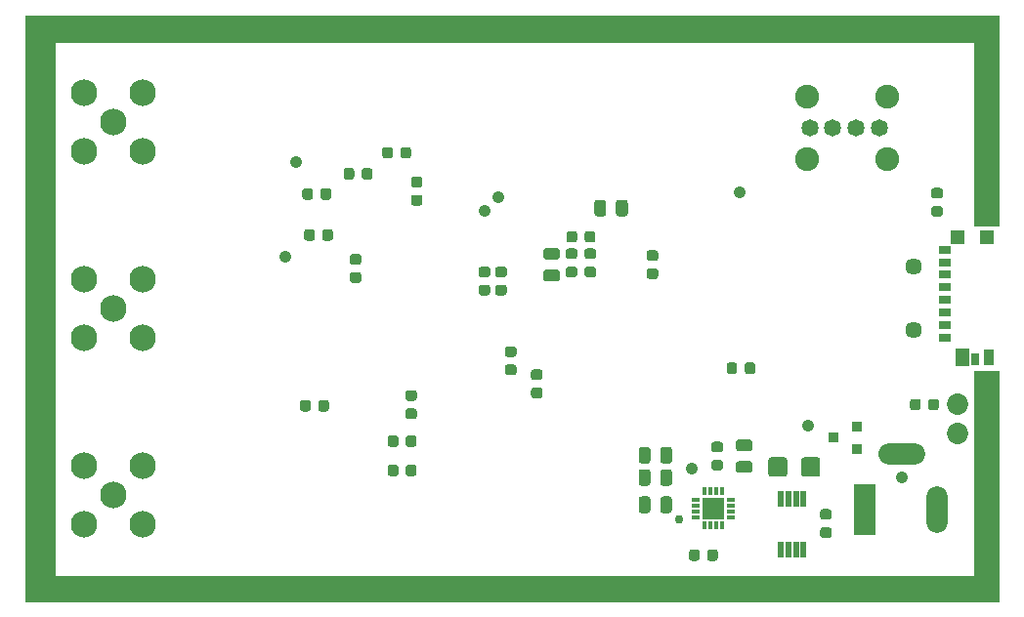
<source format=gbr>
G04 #@! TF.GenerationSoftware,KiCad,Pcbnew,(5.1.6)-1*
G04 #@! TF.CreationDate,2020-07-25T18:11:16+02:00*
G04 #@! TF.ProjectId,PrecisionTimer_RevF,50726563-6973-4696-9f6e-54696d65725f,rev?*
G04 #@! TF.SameCoordinates,Original*
G04 #@! TF.FileFunction,Soldermask,Bot*
G04 #@! TF.FilePolarity,Negative*
%FSLAX46Y46*%
G04 Gerber Fmt 4.6, Leading zero omitted, Abs format (unit mm)*
G04 Created by KiCad (PCBNEW (5.1.6)-1) date 2020-07-25 18:11:16*
%MOMM*%
%LPD*%
G01*
G04 APERTURE LIST*
%ADD10C,0.100000*%
%ADD11C,0.750800*%
%ADD12R,1.050800X0.750800*%
%ADD13R,0.950800X1.450800*%
%ADD14R,0.750800X1.050800*%
%ADD15R,1.250800X1.500800*%
%ADD16R,1.250800X1.200800*%
%ADD17R,0.500800X1.450800*%
%ADD18R,0.950800X0.850800*%
%ADD19C,1.050800*%
%ADD20R,1.850800X4.450800*%
%ADD21O,1.850800X4.050800*%
%ADD22O,4.050800X1.850800*%
%ADD23C,1.850800*%
%ADD24C,1.450800*%
%ADD25C,2.075800*%
%ADD26C,1.481800*%
%ADD27R,1.850800X1.850800*%
%ADD28R,0.800800X0.350800*%
%ADD29R,0.350800X0.800800*%
%ADD30C,2.300800*%
G04 APERTURE END LIST*
D10*
G36*
X173278800Y-51968400D02*
G01*
X173278800Y-70192900D01*
X171119800Y-70192900D01*
X171119800Y-54254400D01*
X91440000Y-54254400D01*
X91440000Y-102819200D01*
X88887300Y-102819200D01*
X88887300Y-51955700D01*
X173278800Y-51968400D01*
G37*
X173278800Y-51968400D02*
X173278800Y-70192900D01*
X171119800Y-70192900D01*
X171119800Y-54254400D01*
X91440000Y-54254400D01*
X91440000Y-102819200D01*
X88887300Y-102819200D01*
X88887300Y-51955700D01*
X173278800Y-51968400D01*
G36*
X173278800Y-102819200D02*
G01*
X91173300Y-102819200D01*
X91173300Y-100596700D01*
X171119800Y-100584000D01*
X171119800Y-82778600D01*
X173278800Y-82778600D01*
X173278800Y-102819200D01*
G37*
X173278800Y-102819200D02*
X91173300Y-102819200D01*
X91173300Y-100596700D01*
X171119800Y-100584000D01*
X171119800Y-82778600D01*
X173278800Y-82778600D01*
X173278800Y-102819200D01*
G36*
G01*
X130706150Y-82252300D02*
X131244050Y-82252300D01*
G75*
G02*
X131475500Y-82483750I0J-231450D01*
G01*
X131475500Y-82946650D01*
G75*
G02*
X131244050Y-83178100I-231450J0D01*
G01*
X130706150Y-83178100D01*
G75*
G02*
X130474700Y-82946650I0J231450D01*
G01*
X130474700Y-82483750D01*
G75*
G02*
X130706150Y-82252300I231450J0D01*
G01*
G37*
G36*
G01*
X130706150Y-80677300D02*
X131244050Y-80677300D01*
G75*
G02*
X131475500Y-80908750I0J-231450D01*
G01*
X131475500Y-81371650D01*
G75*
G02*
X131244050Y-81603100I-231450J0D01*
G01*
X130706150Y-81603100D01*
G75*
G02*
X130474700Y-81371650I0J231450D01*
G01*
X130474700Y-80908750D01*
G75*
G02*
X130706150Y-80677300I231450J0D01*
G01*
G37*
G36*
G01*
X132966750Y-84246200D02*
X133504650Y-84246200D01*
G75*
G02*
X133736100Y-84477650I0J-231450D01*
G01*
X133736100Y-84940550D01*
G75*
G02*
X133504650Y-85172000I-231450J0D01*
G01*
X132966750Y-85172000D01*
G75*
G02*
X132735300Y-84940550I0J231450D01*
G01*
X132735300Y-84477650D01*
G75*
G02*
X132966750Y-84246200I231450J0D01*
G01*
G37*
G36*
G01*
X132966750Y-82671200D02*
X133504650Y-82671200D01*
G75*
G02*
X133736100Y-82902650I0J-231450D01*
G01*
X133736100Y-83365550D01*
G75*
G02*
X133504650Y-83597000I-231450J0D01*
G01*
X132966750Y-83597000D01*
G75*
G02*
X132735300Y-83365550I0J231450D01*
G01*
X132735300Y-82902650D01*
G75*
G02*
X132966750Y-82671200I231450J0D01*
G01*
G37*
D11*
X145592800Y-95707200D03*
D12*
X168619800Y-72267800D03*
X168619800Y-73367800D03*
X168619800Y-74467800D03*
X168619800Y-75567800D03*
X168619800Y-76667800D03*
X168619800Y-77767800D03*
X168619800Y-78867800D03*
X168619800Y-79967800D03*
D13*
X172409800Y-81617800D03*
D14*
X171259800Y-81817800D03*
D15*
X170109800Y-81592800D03*
D16*
X172259800Y-71192800D03*
X169669800Y-71192800D03*
G36*
G01*
X113645200Y-85557650D02*
X113645200Y-86095550D01*
G75*
G02*
X113413750Y-86327000I-231450J0D01*
G01*
X112950850Y-86327000D01*
G75*
G02*
X112719400Y-86095550I0J231450D01*
G01*
X112719400Y-85557650D01*
G75*
G02*
X112950850Y-85326200I231450J0D01*
G01*
X113413750Y-85326200D01*
G75*
G02*
X113645200Y-85557650I0J-231450D01*
G01*
G37*
G36*
G01*
X115220200Y-85557650D02*
X115220200Y-86095550D01*
G75*
G02*
X114988750Y-86327000I-231450J0D01*
G01*
X114525850Y-86327000D01*
G75*
G02*
X114294400Y-86095550I0J231450D01*
G01*
X114294400Y-85557650D01*
G75*
G02*
X114525850Y-85326200I231450J0D01*
G01*
X114988750Y-85326200D01*
G75*
G02*
X115220200Y-85557650I0J-231450D01*
G01*
G37*
G36*
G01*
X121889000Y-91708950D02*
X121889000Y-91171050D01*
G75*
G02*
X122120450Y-90939600I231450J0D01*
G01*
X122583350Y-90939600D01*
G75*
G02*
X122814800Y-91171050I0J-231450D01*
G01*
X122814800Y-91708950D01*
G75*
G02*
X122583350Y-91940400I-231450J0D01*
G01*
X122120450Y-91940400D01*
G75*
G02*
X121889000Y-91708950I0J231450D01*
G01*
G37*
G36*
G01*
X120314000Y-91708950D02*
X120314000Y-91171050D01*
G75*
G02*
X120545450Y-90939600I231450J0D01*
G01*
X121008350Y-90939600D01*
G75*
G02*
X121239800Y-91171050I0J-231450D01*
G01*
X121239800Y-91708950D01*
G75*
G02*
X121008350Y-91940400I-231450J0D01*
G01*
X120545450Y-91940400D01*
G75*
G02*
X120314000Y-91708950I0J231450D01*
G01*
G37*
G36*
G01*
X121889000Y-89168950D02*
X121889000Y-88631050D01*
G75*
G02*
X122120450Y-88399600I231450J0D01*
G01*
X122583350Y-88399600D01*
G75*
G02*
X122814800Y-88631050I0J-231450D01*
G01*
X122814800Y-89168950D01*
G75*
G02*
X122583350Y-89400400I-231450J0D01*
G01*
X122120450Y-89400400D01*
G75*
G02*
X121889000Y-89168950I0J231450D01*
G01*
G37*
G36*
G01*
X120314000Y-89168950D02*
X120314000Y-88631050D01*
G75*
G02*
X120545450Y-88399600I231450J0D01*
G01*
X121008350Y-88399600D01*
G75*
G02*
X121239800Y-88631050I0J-231450D01*
G01*
X121239800Y-89168950D01*
G75*
G02*
X121008350Y-89400400I-231450J0D01*
G01*
X120545450Y-89400400D01*
G75*
G02*
X120314000Y-89168950I0J231450D01*
G01*
G37*
G36*
G01*
X122082850Y-86049600D02*
X122620750Y-86049600D01*
G75*
G02*
X122852200Y-86281050I0J-231450D01*
G01*
X122852200Y-86743950D01*
G75*
G02*
X122620750Y-86975400I-231450J0D01*
G01*
X122082850Y-86975400D01*
G75*
G02*
X121851400Y-86743950I0J231450D01*
G01*
X121851400Y-86281050D01*
G75*
G02*
X122082850Y-86049600I231450J0D01*
G01*
G37*
G36*
G01*
X122082850Y-84474600D02*
X122620750Y-84474600D01*
G75*
G02*
X122852200Y-84706050I0J-231450D01*
G01*
X122852200Y-85168950D01*
G75*
G02*
X122620750Y-85400400I-231450J0D01*
G01*
X122082850Y-85400400D01*
G75*
G02*
X121851400Y-85168950I0J231450D01*
G01*
X121851400Y-84706050D01*
G75*
G02*
X122082850Y-84474600I231450J0D01*
G01*
G37*
G36*
G01*
X134987350Y-73159200D02*
X134049450Y-73159200D01*
G75*
G02*
X133793000Y-72902750I0J256450D01*
G01*
X133793000Y-72389850D01*
G75*
G02*
X134049450Y-72133400I256450J0D01*
G01*
X134987350Y-72133400D01*
G75*
G02*
X135243800Y-72389850I0J-256450D01*
G01*
X135243800Y-72902750D01*
G75*
G02*
X134987350Y-73159200I-256450J0D01*
G01*
G37*
G36*
G01*
X134987350Y-75034200D02*
X134049450Y-75034200D01*
G75*
G02*
X133793000Y-74777750I0J256450D01*
G01*
X133793000Y-74264850D01*
G75*
G02*
X134049450Y-74008400I256450J0D01*
G01*
X134987350Y-74008400D01*
G75*
G02*
X135243800Y-74264850I0J-256450D01*
G01*
X135243800Y-74777750D01*
G75*
G02*
X134987350Y-75034200I-256450J0D01*
G01*
G37*
G36*
G01*
X136514550Y-73106800D02*
X135976650Y-73106800D01*
G75*
G02*
X135745200Y-72875350I0J231450D01*
G01*
X135745200Y-72412450D01*
G75*
G02*
X135976650Y-72181000I231450J0D01*
G01*
X136514550Y-72181000D01*
G75*
G02*
X136746000Y-72412450I0J-231450D01*
G01*
X136746000Y-72875350D01*
G75*
G02*
X136514550Y-73106800I-231450J0D01*
G01*
G37*
G36*
G01*
X136514550Y-74681800D02*
X135976650Y-74681800D01*
G75*
G02*
X135745200Y-74450350I0J231450D01*
G01*
X135745200Y-73987450D01*
G75*
G02*
X135976650Y-73756000I231450J0D01*
G01*
X136514550Y-73756000D01*
G75*
G02*
X136746000Y-73987450I0J-231450D01*
G01*
X136746000Y-74450350D01*
G75*
G02*
X136514550Y-74681800I-231450J0D01*
G01*
G37*
G36*
G01*
X136733800Y-70901850D02*
X136733800Y-71439750D01*
G75*
G02*
X136502350Y-71671200I-231450J0D01*
G01*
X136039450Y-71671200D01*
G75*
G02*
X135808000Y-71439750I0J231450D01*
G01*
X135808000Y-70901850D01*
G75*
G02*
X136039450Y-70670400I231450J0D01*
G01*
X136502350Y-70670400D01*
G75*
G02*
X136733800Y-70901850I0J-231450D01*
G01*
G37*
G36*
G01*
X138308800Y-70901850D02*
X138308800Y-71439750D01*
G75*
G02*
X138077350Y-71671200I-231450J0D01*
G01*
X137614450Y-71671200D01*
G75*
G02*
X137383000Y-71439750I0J231450D01*
G01*
X137383000Y-70901850D01*
G75*
G02*
X137614450Y-70670400I231450J0D01*
G01*
X138077350Y-70670400D01*
G75*
G02*
X138308800Y-70901850I0J-231450D01*
G01*
G37*
G36*
G01*
X142987050Y-73908400D02*
X143524950Y-73908400D01*
G75*
G02*
X143756400Y-74139850I0J-231450D01*
G01*
X143756400Y-74602750D01*
G75*
G02*
X143524950Y-74834200I-231450J0D01*
G01*
X142987050Y-74834200D01*
G75*
G02*
X142755600Y-74602750I0J231450D01*
G01*
X142755600Y-74139850D01*
G75*
G02*
X142987050Y-73908400I231450J0D01*
G01*
G37*
G36*
G01*
X142987050Y-72333400D02*
X143524950Y-72333400D01*
G75*
G02*
X143756400Y-72564850I0J-231450D01*
G01*
X143756400Y-73027750D01*
G75*
G02*
X143524950Y-73259200I-231450J0D01*
G01*
X142987050Y-73259200D01*
G75*
G02*
X142755600Y-73027750I0J231450D01*
G01*
X142755600Y-72564850D01*
G75*
G02*
X142987050Y-72333400I231450J0D01*
G01*
G37*
G36*
G01*
X140099200Y-69150550D02*
X140099200Y-68212650D01*
G75*
G02*
X140355650Y-67956200I256450J0D01*
G01*
X140868550Y-67956200D01*
G75*
G02*
X141125000Y-68212650I0J-256450D01*
G01*
X141125000Y-69150550D01*
G75*
G02*
X140868550Y-69407000I-256450J0D01*
G01*
X140355650Y-69407000D01*
G75*
G02*
X140099200Y-69150550I0J256450D01*
G01*
G37*
G36*
G01*
X138224200Y-69150550D02*
X138224200Y-68212650D01*
G75*
G02*
X138480650Y-67956200I256450J0D01*
G01*
X138993550Y-67956200D01*
G75*
G02*
X139250000Y-68212650I0J-256450D01*
G01*
X139250000Y-69150550D01*
G75*
G02*
X138993550Y-69407000I-256450J0D01*
G01*
X138480650Y-69407000D01*
G75*
G02*
X138224200Y-69150550I0J256450D01*
G01*
G37*
G36*
G01*
X128970750Y-74681600D02*
X128432850Y-74681600D01*
G75*
G02*
X128201400Y-74450150I0J231450D01*
G01*
X128201400Y-73987250D01*
G75*
G02*
X128432850Y-73755800I231450J0D01*
G01*
X128970750Y-73755800D01*
G75*
G02*
X129202200Y-73987250I0J-231450D01*
G01*
X129202200Y-74450150D01*
G75*
G02*
X128970750Y-74681600I-231450J0D01*
G01*
G37*
G36*
G01*
X128970750Y-76256600D02*
X128432850Y-76256600D01*
G75*
G02*
X128201400Y-76025150I0J231450D01*
G01*
X128201400Y-75562250D01*
G75*
G02*
X128432850Y-75330800I231450J0D01*
G01*
X128970750Y-75330800D01*
G75*
G02*
X129202200Y-75562250I0J-231450D01*
G01*
X129202200Y-76025150D01*
G75*
G02*
X128970750Y-76256600I-231450J0D01*
G01*
G37*
D17*
X156346800Y-93888200D03*
X155696800Y-93888200D03*
X155046800Y-93888200D03*
X154396800Y-93888200D03*
X154396800Y-98288200D03*
X155046800Y-98288200D03*
X155696800Y-98288200D03*
X156346800Y-98288200D03*
D18*
X158943800Y-88595200D03*
X160943800Y-89545200D03*
X160943800Y-87645200D03*
G36*
G01*
X137602250Y-73756000D02*
X138140150Y-73756000D01*
G75*
G02*
X138371600Y-73987450I0J-231450D01*
G01*
X138371600Y-74450350D01*
G75*
G02*
X138140150Y-74681800I-231450J0D01*
G01*
X137602250Y-74681800D01*
G75*
G02*
X137370800Y-74450350I0J231450D01*
G01*
X137370800Y-73987450D01*
G75*
G02*
X137602250Y-73756000I231450J0D01*
G01*
G37*
G36*
G01*
X137602250Y-72181000D02*
X138140150Y-72181000D01*
G75*
G02*
X138371600Y-72412450I0J-231450D01*
G01*
X138371600Y-72875350D01*
G75*
G02*
X138140150Y-73106800I-231450J0D01*
G01*
X137602250Y-73106800D01*
G75*
G02*
X137370800Y-72875350I0J231450D01*
G01*
X137370800Y-72412450D01*
G75*
G02*
X137602250Y-72181000I231450J0D01*
G01*
G37*
G36*
G01*
X158561750Y-95712800D02*
X158023850Y-95712800D01*
G75*
G02*
X157792400Y-95481350I0J231450D01*
G01*
X157792400Y-95018450D01*
G75*
G02*
X158023850Y-94787000I231450J0D01*
G01*
X158561750Y-94787000D01*
G75*
G02*
X158793200Y-95018450I0J-231450D01*
G01*
X158793200Y-95481350D01*
G75*
G02*
X158561750Y-95712800I-231450J0D01*
G01*
G37*
G36*
G01*
X158561750Y-97287800D02*
X158023850Y-97287800D01*
G75*
G02*
X157792400Y-97056350I0J231450D01*
G01*
X157792400Y-96593450D01*
G75*
G02*
X158023850Y-96362000I231450J0D01*
G01*
X158561750Y-96362000D01*
G75*
G02*
X158793200Y-96593450I0J-231450D01*
G01*
X158793200Y-97056350D01*
G75*
G02*
X158561750Y-97287800I-231450J0D01*
G01*
G37*
G36*
G01*
X156149200Y-91727663D02*
X156149200Y-90542737D01*
G75*
G02*
X156407137Y-90284800I257937J0D01*
G01*
X157542063Y-90284800D01*
G75*
G02*
X157800000Y-90542737I0J-257937D01*
G01*
X157800000Y-91727663D01*
G75*
G02*
X157542063Y-91985600I-257937J0D01*
G01*
X156407137Y-91985600D01*
G75*
G02*
X156149200Y-91727663I0J257937D01*
G01*
G37*
G36*
G01*
X153299200Y-91727663D02*
X153299200Y-90542737D01*
G75*
G02*
X153557137Y-90284800I257937J0D01*
G01*
X154692063Y-90284800D01*
G75*
G02*
X154950000Y-90542737I0J-257937D01*
G01*
X154950000Y-91727663D01*
G75*
G02*
X154692063Y-91985600I-257937J0D01*
G01*
X153557137Y-91985600D01*
G75*
G02*
X153299200Y-91727663I0J257937D01*
G01*
G37*
D19*
X164896800Y-91998800D03*
X111417100Y-72923400D03*
X150799800Y-67335400D03*
X112420400Y-64693800D03*
X128752600Y-68961000D03*
X129895600Y-67741800D03*
X146634200Y-91313000D03*
X156743400Y-87579200D03*
D20*
X161696400Y-94818200D03*
D21*
X167894000Y-94818200D03*
D22*
X164896800Y-90018200D03*
G36*
G01*
X129867950Y-75330700D02*
X130405850Y-75330700D01*
G75*
G02*
X130637300Y-75562150I0J-231450D01*
G01*
X130637300Y-76025050D01*
G75*
G02*
X130405850Y-76256500I-231450J0D01*
G01*
X129867950Y-76256500D01*
G75*
G02*
X129636500Y-76025050I0J231450D01*
G01*
X129636500Y-75562150D01*
G75*
G02*
X129867950Y-75330700I231450J0D01*
G01*
G37*
G36*
G01*
X129867950Y-73755700D02*
X130405850Y-73755700D01*
G75*
G02*
X130637300Y-73987150I0J-231450D01*
G01*
X130637300Y-74450050D01*
G75*
G02*
X130405850Y-74681500I-231450J0D01*
G01*
X129867950Y-74681500D01*
G75*
G02*
X129636500Y-74450050I0J231450D01*
G01*
X129636500Y-73987150D01*
G75*
G02*
X129867950Y-73755700I231450J0D01*
G01*
G37*
G36*
G01*
X114000800Y-70749450D02*
X114000800Y-71287350D01*
G75*
G02*
X113769350Y-71518800I-231450J0D01*
G01*
X113306450Y-71518800D01*
G75*
G02*
X113075000Y-71287350I0J231450D01*
G01*
X113075000Y-70749450D01*
G75*
G02*
X113306450Y-70518000I231450J0D01*
G01*
X113769350Y-70518000D01*
G75*
G02*
X114000800Y-70749450I0J-231450D01*
G01*
G37*
G36*
G01*
X115575800Y-70749450D02*
X115575800Y-71287350D01*
G75*
G02*
X115344350Y-71518800I-231450J0D01*
G01*
X114881450Y-71518800D01*
G75*
G02*
X114650000Y-71287350I0J231450D01*
G01*
X114650000Y-70749450D01*
G75*
G02*
X114881450Y-70518000I231450J0D01*
G01*
X115344350Y-70518000D01*
G75*
G02*
X115575800Y-70749450I0J-231450D01*
G01*
G37*
G36*
G01*
X122565450Y-67533000D02*
X123103350Y-67533000D01*
G75*
G02*
X123334800Y-67764450I0J-231450D01*
G01*
X123334800Y-68227350D01*
G75*
G02*
X123103350Y-68458800I-231450J0D01*
G01*
X122565450Y-68458800D01*
G75*
G02*
X122334000Y-68227350I0J231450D01*
G01*
X122334000Y-67764450D01*
G75*
G02*
X122565450Y-67533000I231450J0D01*
G01*
G37*
G36*
G01*
X122565450Y-65958000D02*
X123103350Y-65958000D01*
G75*
G02*
X123334800Y-66189450I0J-231450D01*
G01*
X123334800Y-66652350D01*
G75*
G02*
X123103350Y-66883800I-231450J0D01*
G01*
X122565450Y-66883800D01*
G75*
G02*
X122334000Y-66652350I0J231450D01*
G01*
X122334000Y-66189450D01*
G75*
G02*
X122565450Y-65958000I231450J0D01*
G01*
G37*
G36*
G01*
X151675150Y-89770800D02*
X150737250Y-89770800D01*
G75*
G02*
X150480800Y-89514350I0J256450D01*
G01*
X150480800Y-89001450D01*
G75*
G02*
X150737250Y-88745000I256450J0D01*
G01*
X151675150Y-88745000D01*
G75*
G02*
X151931600Y-89001450I0J-256450D01*
G01*
X151931600Y-89514350D01*
G75*
G02*
X151675150Y-89770800I-256450J0D01*
G01*
G37*
G36*
G01*
X151675150Y-91645800D02*
X150737250Y-91645800D01*
G75*
G02*
X150480800Y-91389350I0J256450D01*
G01*
X150480800Y-90876450D01*
G75*
G02*
X150737250Y-90620000I256450J0D01*
G01*
X151675150Y-90620000D01*
G75*
G02*
X151931600Y-90876450I0J-256450D01*
G01*
X151931600Y-91389350D01*
G75*
G02*
X151675150Y-91645800I-256450J0D01*
G01*
G37*
D23*
X169672000Y-85725000D03*
X169672000Y-88265000D03*
D24*
X165916800Y-79229400D03*
X165916800Y-73729400D03*
D25*
X163620200Y-59027400D03*
X156620200Y-59027400D03*
X163620200Y-64467400D03*
X156620200Y-64467400D03*
D26*
X156890200Y-61747400D03*
X158890200Y-61747400D03*
X160890200Y-61747400D03*
X162890200Y-61747400D03*
G36*
G01*
X168188350Y-67849000D02*
X167650450Y-67849000D01*
G75*
G02*
X167419000Y-67617550I0J231450D01*
G01*
X167419000Y-67154650D01*
G75*
G02*
X167650450Y-66923200I231450J0D01*
G01*
X168188350Y-66923200D01*
G75*
G02*
X168419800Y-67154650I0J-231450D01*
G01*
X168419800Y-67617550D01*
G75*
G02*
X168188350Y-67849000I-231450J0D01*
G01*
G37*
G36*
G01*
X168188350Y-69424000D02*
X167650450Y-69424000D01*
G75*
G02*
X167419000Y-69192550I0J231450D01*
G01*
X167419000Y-68729650D01*
G75*
G02*
X167650450Y-68498200I231450J0D01*
G01*
X168188350Y-68498200D01*
G75*
G02*
X168419800Y-68729650I0J-231450D01*
G01*
X168419800Y-69192550D01*
G75*
G02*
X168188350Y-69424000I-231450J0D01*
G01*
G37*
G36*
G01*
X143085400Y-93942850D02*
X143085400Y-94880750D01*
G75*
G02*
X142828950Y-95137200I-256450J0D01*
G01*
X142316050Y-95137200D01*
G75*
G02*
X142059600Y-94880750I0J256450D01*
G01*
X142059600Y-93942850D01*
G75*
G02*
X142316050Y-93686400I256450J0D01*
G01*
X142828950Y-93686400D01*
G75*
G02*
X143085400Y-93942850I0J-256450D01*
G01*
G37*
G36*
G01*
X144960400Y-93942850D02*
X144960400Y-94880750D01*
G75*
G02*
X144703950Y-95137200I-256450J0D01*
G01*
X144191050Y-95137200D01*
G75*
G02*
X143934600Y-94880750I0J256450D01*
G01*
X143934600Y-93942850D01*
G75*
G02*
X144191050Y-93686400I256450J0D01*
G01*
X144703950Y-93686400D01*
G75*
G02*
X144960400Y-93942850I0J-256450D01*
G01*
G37*
G36*
G01*
X147351000Y-98511650D02*
X147351000Y-99049550D01*
G75*
G02*
X147119550Y-99281000I-231450J0D01*
G01*
X146656650Y-99281000D01*
G75*
G02*
X146425200Y-99049550I0J231450D01*
G01*
X146425200Y-98511650D01*
G75*
G02*
X146656650Y-98280200I231450J0D01*
G01*
X147119550Y-98280200D01*
G75*
G02*
X147351000Y-98511650I0J-231450D01*
G01*
G37*
G36*
G01*
X148926000Y-98511650D02*
X148926000Y-99049550D01*
G75*
G02*
X148694550Y-99281000I-231450J0D01*
G01*
X148231650Y-99281000D01*
G75*
G02*
X148000200Y-99049550I0J231450D01*
G01*
X148000200Y-98511650D01*
G75*
G02*
X148231650Y-98280200I231450J0D01*
G01*
X148694550Y-98280200D01*
G75*
G02*
X148926000Y-98511650I0J-231450D01*
G01*
G37*
D27*
X148513800Y-94716600D03*
D28*
X147013800Y-93966600D03*
X147013800Y-94466600D03*
X147013800Y-94966600D03*
X147013800Y-95466600D03*
D29*
X147763800Y-96216600D03*
X148263800Y-96216600D03*
X148763800Y-96216600D03*
X149263800Y-96216600D03*
D28*
X150013800Y-95466600D03*
X150013800Y-94966600D03*
X150013800Y-94466600D03*
X150013800Y-93966600D03*
D29*
X149263800Y-93216600D03*
X148763800Y-93216600D03*
X148263800Y-93216600D03*
X147763800Y-93216600D03*
G36*
G01*
X148600450Y-90520000D02*
X149138350Y-90520000D01*
G75*
G02*
X149369800Y-90751450I0J-231450D01*
G01*
X149369800Y-91214350D01*
G75*
G02*
X149138350Y-91445800I-231450J0D01*
G01*
X148600450Y-91445800D01*
G75*
G02*
X148369000Y-91214350I0J231450D01*
G01*
X148369000Y-90751450D01*
G75*
G02*
X148600450Y-90520000I231450J0D01*
G01*
G37*
G36*
G01*
X148600450Y-88945000D02*
X149138350Y-88945000D01*
G75*
G02*
X149369800Y-89176450I0J-231450D01*
G01*
X149369800Y-89639350D01*
G75*
G02*
X149138350Y-89870800I-231450J0D01*
G01*
X148600450Y-89870800D01*
G75*
G02*
X148369000Y-89639350I0J231450D01*
G01*
X148369000Y-89176450D01*
G75*
G02*
X148600450Y-88945000I231450J0D01*
G01*
G37*
G36*
G01*
X143936900Y-92518550D02*
X143936900Y-91580650D01*
G75*
G02*
X144193350Y-91324200I256450J0D01*
G01*
X144706250Y-91324200D01*
G75*
G02*
X144962700Y-91580650I0J-256450D01*
G01*
X144962700Y-92518550D01*
G75*
G02*
X144706250Y-92775000I-256450J0D01*
G01*
X144193350Y-92775000D01*
G75*
G02*
X143936900Y-92518550I0J256450D01*
G01*
G37*
G36*
G01*
X142061900Y-92518550D02*
X142061900Y-91580650D01*
G75*
G02*
X142318350Y-91324200I256450J0D01*
G01*
X142831250Y-91324200D01*
G75*
G02*
X143087700Y-91580650I0J-256450D01*
G01*
X143087700Y-92518550D01*
G75*
G02*
X142831250Y-92775000I-256450J0D01*
G01*
X142318350Y-92775000D01*
G75*
G02*
X142061900Y-92518550I0J256450D01*
G01*
G37*
G36*
G01*
X143936900Y-90588150D02*
X143936900Y-89650250D01*
G75*
G02*
X144193350Y-89393800I256450J0D01*
G01*
X144706250Y-89393800D01*
G75*
G02*
X144962700Y-89650250I0J-256450D01*
G01*
X144962700Y-90588150D01*
G75*
G02*
X144706250Y-90844600I-256450J0D01*
G01*
X144193350Y-90844600D01*
G75*
G02*
X143936900Y-90588150I0J256450D01*
G01*
G37*
G36*
G01*
X142061900Y-90588150D02*
X142061900Y-89650250D01*
G75*
G02*
X142318350Y-89393800I256450J0D01*
G01*
X142831250Y-89393800D01*
G75*
G02*
X143087700Y-89650250I0J-256450D01*
G01*
X143087700Y-90588150D01*
G75*
G02*
X142831250Y-90844600I-256450J0D01*
G01*
X142318350Y-90844600D01*
G75*
G02*
X142061900Y-90588150I0J256450D01*
G01*
G37*
D30*
X96507300Y-61239400D03*
X99047300Y-58699400D03*
X93967300Y-58699400D03*
X93967300Y-63779400D03*
X99047300Y-63779400D03*
X96532700Y-77419200D03*
X99072700Y-74879200D03*
X93992700Y-74879200D03*
X93992700Y-79959200D03*
X99072700Y-79959200D03*
X96532700Y-93599000D03*
X99072700Y-91059000D03*
X93992700Y-91059000D03*
X93992700Y-96139000D03*
X99072700Y-96139000D03*
G36*
G01*
X151251400Y-82844350D02*
X151251400Y-82306450D01*
G75*
G02*
X151482850Y-82075000I231450J0D01*
G01*
X151945750Y-82075000D01*
G75*
G02*
X152177200Y-82306450I0J-231450D01*
G01*
X152177200Y-82844350D01*
G75*
G02*
X151945750Y-83075800I-231450J0D01*
G01*
X151482850Y-83075800D01*
G75*
G02*
X151251400Y-82844350I0J231450D01*
G01*
G37*
G36*
G01*
X149676400Y-82844350D02*
X149676400Y-82306450D01*
G75*
G02*
X149907850Y-82075000I231450J0D01*
G01*
X150370750Y-82075000D01*
G75*
G02*
X150602200Y-82306450I0J-231450D01*
G01*
X150602200Y-82844350D01*
G75*
G02*
X150370750Y-83075800I-231450J0D01*
G01*
X149907850Y-83075800D01*
G75*
G02*
X149676400Y-82844350I0J231450D01*
G01*
G37*
G36*
G01*
X114497600Y-67731350D02*
X114497600Y-67193450D01*
G75*
G02*
X114729050Y-66962000I231450J0D01*
G01*
X115191950Y-66962000D01*
G75*
G02*
X115423400Y-67193450I0J-231450D01*
G01*
X115423400Y-67731350D01*
G75*
G02*
X115191950Y-67962800I-231450J0D01*
G01*
X114729050Y-67962800D01*
G75*
G02*
X114497600Y-67731350I0J231450D01*
G01*
G37*
G36*
G01*
X112922600Y-67731350D02*
X112922600Y-67193450D01*
G75*
G02*
X113154050Y-66962000I231450J0D01*
G01*
X113616950Y-66962000D01*
G75*
G02*
X113848400Y-67193450I0J-231450D01*
G01*
X113848400Y-67731350D01*
G75*
G02*
X113616950Y-67962800I-231450J0D01*
G01*
X113154050Y-67962800D01*
G75*
G02*
X112922600Y-67731350I0J231450D01*
G01*
G37*
G36*
G01*
X167151800Y-85993950D02*
X167151800Y-85456050D01*
G75*
G02*
X167383250Y-85224600I231450J0D01*
G01*
X167846150Y-85224600D01*
G75*
G02*
X168077600Y-85456050I0J-231450D01*
G01*
X168077600Y-85993950D01*
G75*
G02*
X167846150Y-86225400I-231450J0D01*
G01*
X167383250Y-86225400D01*
G75*
G02*
X167151800Y-85993950I0J231450D01*
G01*
G37*
G36*
G01*
X165576800Y-85993950D02*
X165576800Y-85456050D01*
G75*
G02*
X165808250Y-85224600I231450J0D01*
G01*
X166271150Y-85224600D01*
G75*
G02*
X166502600Y-85456050I0J-231450D01*
G01*
X166502600Y-85993950D01*
G75*
G02*
X166271150Y-86225400I-231450J0D01*
G01*
X165808250Y-86225400D01*
G75*
G02*
X165576800Y-85993950I0J231450D01*
G01*
G37*
G36*
G01*
X120770000Y-63612050D02*
X120770000Y-64149950D01*
G75*
G02*
X120538550Y-64381400I-231450J0D01*
G01*
X120075650Y-64381400D01*
G75*
G02*
X119844200Y-64149950I0J231450D01*
G01*
X119844200Y-63612050D01*
G75*
G02*
X120075650Y-63380600I231450J0D01*
G01*
X120538550Y-63380600D01*
G75*
G02*
X120770000Y-63612050I0J-231450D01*
G01*
G37*
G36*
G01*
X122345000Y-63612050D02*
X122345000Y-64149950D01*
G75*
G02*
X122113550Y-64381400I-231450J0D01*
G01*
X121650650Y-64381400D01*
G75*
G02*
X121419200Y-64149950I0J231450D01*
G01*
X121419200Y-63612050D01*
G75*
G02*
X121650650Y-63380600I231450J0D01*
G01*
X122113550Y-63380600D01*
G75*
G02*
X122345000Y-63612050I0J-231450D01*
G01*
G37*
G36*
G01*
X117269550Y-74238500D02*
X117807450Y-74238500D01*
G75*
G02*
X118038900Y-74469950I0J-231450D01*
G01*
X118038900Y-74932850D01*
G75*
G02*
X117807450Y-75164300I-231450J0D01*
G01*
X117269550Y-75164300D01*
G75*
G02*
X117038100Y-74932850I0J231450D01*
G01*
X117038100Y-74469950D01*
G75*
G02*
X117269550Y-74238500I231450J0D01*
G01*
G37*
G36*
G01*
X117269550Y-72663500D02*
X117807450Y-72663500D01*
G75*
G02*
X118038900Y-72894950I0J-231450D01*
G01*
X118038900Y-73357850D01*
G75*
G02*
X117807450Y-73589300I-231450J0D01*
G01*
X117269550Y-73589300D01*
G75*
G02*
X117038100Y-73357850I0J231450D01*
G01*
X117038100Y-72894950D01*
G75*
G02*
X117269550Y-72663500I231450J0D01*
G01*
G37*
G36*
G01*
X118066300Y-65978750D02*
X118066300Y-65440850D01*
G75*
G02*
X118297750Y-65209400I231450J0D01*
G01*
X118760650Y-65209400D01*
G75*
G02*
X118992100Y-65440850I0J-231450D01*
G01*
X118992100Y-65978750D01*
G75*
G02*
X118760650Y-66210200I-231450J0D01*
G01*
X118297750Y-66210200D01*
G75*
G02*
X118066300Y-65978750I0J231450D01*
G01*
G37*
G36*
G01*
X116491300Y-65978750D02*
X116491300Y-65440850D01*
G75*
G02*
X116722750Y-65209400I231450J0D01*
G01*
X117185650Y-65209400D01*
G75*
G02*
X117417100Y-65440850I0J-231450D01*
G01*
X117417100Y-65978750D01*
G75*
G02*
X117185650Y-66210200I-231450J0D01*
G01*
X116722750Y-66210200D01*
G75*
G02*
X116491300Y-65978750I0J231450D01*
G01*
G37*
M02*

</source>
